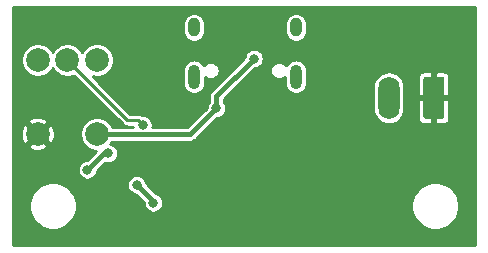
<source format=gbr>
G04 #@! TF.GenerationSoftware,KiCad,Pcbnew,5.1.6-c6e7f7d~86~ubuntu19.10.1*
G04 #@! TF.CreationDate,2020-05-21T11:58:36+02:00*
G04 #@! TF.ProjectId,Microscope_LED,4d696372-6f73-4636-9f70-655f4c45442e,rev?*
G04 #@! TF.SameCoordinates,Original*
G04 #@! TF.FileFunction,Copper,L2,Bot*
G04 #@! TF.FilePolarity,Positive*
%FSLAX46Y46*%
G04 Gerber Fmt 4.6, Leading zero omitted, Abs format (unit mm)*
G04 Created by KiCad (PCBNEW 5.1.6-c6e7f7d~86~ubuntu19.10.1) date 2020-05-21 11:58:36*
%MOMM*%
%LPD*%
G01*
G04 APERTURE LIST*
G04 #@! TA.AperFunction,ComponentPad*
%ADD10O,1.000000X2.100000*%
G04 #@! TD*
G04 #@! TA.AperFunction,ComponentPad*
%ADD11O,1.000000X1.600000*%
G04 #@! TD*
G04 #@! TA.AperFunction,ComponentPad*
%ADD12O,1.800000X3.600000*%
G04 #@! TD*
G04 #@! TA.AperFunction,ComponentPad*
%ADD13C,2.000000*%
G04 #@! TD*
G04 #@! TA.AperFunction,ViaPad*
%ADD14C,0.800000*%
G04 #@! TD*
G04 #@! TA.AperFunction,Conductor*
%ADD15C,0.400000*%
G04 #@! TD*
G04 #@! TA.AperFunction,Conductor*
%ADD16C,0.250000*%
G04 #@! TD*
G04 #@! TA.AperFunction,Conductor*
%ADD17C,0.254000*%
G04 #@! TD*
G04 APERTURE END LIST*
D10*
X32127000Y-27178000D03*
X40767000Y-27178000D03*
D11*
X40767000Y-22998000D03*
X32127000Y-22998000D03*
G04 #@! TA.AperFunction,ComponentPad*
G36*
G01*
X53351000Y-27406000D02*
X53351000Y-30506000D01*
G75*
G02*
X53101000Y-30756000I-250000J0D01*
G01*
X51801000Y-30756000D01*
G75*
G02*
X51551000Y-30506000I0J250000D01*
G01*
X51551000Y-27406000D01*
G75*
G02*
X51801000Y-27156000I250000J0D01*
G01*
X53101000Y-27156000D01*
G75*
G02*
X53351000Y-27406000I0J-250000D01*
G01*
G37*
G04 #@! TD.AperFunction*
D12*
X48641000Y-28956000D03*
D13*
X18923000Y-32004000D03*
X23923000Y-32004000D03*
X23923000Y-25754000D03*
X21423000Y-25754000D03*
X18923000Y-25754000D03*
D14*
X24892000Y-33655000D03*
X23114000Y-35052000D03*
X28702000Y-37846000D03*
X27305000Y-36322000D03*
X27813000Y-31242000D03*
X27178000Y-33528000D03*
X32004000Y-38862000D03*
X38100000Y-30226000D03*
X34036000Y-29845000D03*
X37234653Y-25630347D03*
D15*
X24511000Y-33655000D02*
X23114000Y-35052000D01*
X24892000Y-33655000D02*
X24511000Y-33655000D01*
X28702000Y-37719000D02*
X27305000Y-36322000D01*
X28702000Y-37846000D02*
X28702000Y-37719000D01*
D16*
X26511001Y-30842001D02*
X22422999Y-26753999D01*
X27413001Y-30842001D02*
X26511001Y-30842001D01*
X22422999Y-26753999D02*
X21423000Y-25754000D01*
X27813000Y-31242000D02*
X27413001Y-30842001D01*
D15*
X23961001Y-32042001D02*
X23923000Y-32004000D01*
X31838999Y-32042001D02*
X23961001Y-32042001D01*
X34036000Y-29845000D02*
X31838999Y-32042001D01*
X34036000Y-28829000D02*
X34036000Y-29845000D01*
X37234653Y-25630347D02*
X34036000Y-28829000D01*
D17*
G36*
X55936001Y-41458000D02*
G01*
X16835000Y-41458000D01*
X16835000Y-37900358D01*
X18166000Y-37900358D01*
X18166000Y-38299642D01*
X18243896Y-38691254D01*
X18396696Y-39060145D01*
X18618526Y-39392137D01*
X18900863Y-39674474D01*
X19232855Y-39896304D01*
X19601746Y-40049104D01*
X19993358Y-40127000D01*
X20392642Y-40127000D01*
X20784254Y-40049104D01*
X21153145Y-39896304D01*
X21485137Y-39674474D01*
X21767474Y-39392137D01*
X21989304Y-39060145D01*
X22142104Y-38691254D01*
X22220000Y-38299642D01*
X22220000Y-37900358D01*
X22142104Y-37508746D01*
X21989304Y-37139855D01*
X21767474Y-36807863D01*
X21485137Y-36525526D01*
X21153145Y-36303696D01*
X21000693Y-36240548D01*
X26478000Y-36240548D01*
X26478000Y-36403452D01*
X26509782Y-36563227D01*
X26572123Y-36713731D01*
X26662628Y-36849181D01*
X26777819Y-36964372D01*
X26913269Y-37054877D01*
X27063773Y-37117218D01*
X27223548Y-37149000D01*
X27245289Y-37149000D01*
X27875000Y-37778712D01*
X27875000Y-37927452D01*
X27906782Y-38087227D01*
X27969123Y-38237731D01*
X28059628Y-38373181D01*
X28174819Y-38488372D01*
X28310269Y-38578877D01*
X28460773Y-38641218D01*
X28620548Y-38673000D01*
X28783452Y-38673000D01*
X28943227Y-38641218D01*
X29093731Y-38578877D01*
X29229181Y-38488372D01*
X29344372Y-38373181D01*
X29434877Y-38237731D01*
X29497218Y-38087227D01*
X29529000Y-37927452D01*
X29529000Y-37900358D01*
X50551000Y-37900358D01*
X50551000Y-38299642D01*
X50628896Y-38691254D01*
X50781696Y-39060145D01*
X51003526Y-39392137D01*
X51285863Y-39674474D01*
X51617855Y-39896304D01*
X51986746Y-40049104D01*
X52378358Y-40127000D01*
X52777642Y-40127000D01*
X53169254Y-40049104D01*
X53538145Y-39896304D01*
X53870137Y-39674474D01*
X54152474Y-39392137D01*
X54374304Y-39060145D01*
X54527104Y-38691254D01*
X54605000Y-38299642D01*
X54605000Y-37900358D01*
X54527104Y-37508746D01*
X54374304Y-37139855D01*
X54152474Y-36807863D01*
X53870137Y-36525526D01*
X53538145Y-36303696D01*
X53169254Y-36150896D01*
X52777642Y-36073000D01*
X52378358Y-36073000D01*
X51986746Y-36150896D01*
X51617855Y-36303696D01*
X51285863Y-36525526D01*
X51003526Y-36807863D01*
X50781696Y-37139855D01*
X50628896Y-37508746D01*
X50551000Y-37900358D01*
X29529000Y-37900358D01*
X29529000Y-37764548D01*
X29497218Y-37604773D01*
X29434877Y-37454269D01*
X29344372Y-37318819D01*
X29229181Y-37203628D01*
X29093731Y-37113123D01*
X28943227Y-37050782D01*
X28914849Y-37045137D01*
X28132000Y-36262289D01*
X28132000Y-36240548D01*
X28100218Y-36080773D01*
X28037877Y-35930269D01*
X27947372Y-35794819D01*
X27832181Y-35679628D01*
X27696731Y-35589123D01*
X27546227Y-35526782D01*
X27386452Y-35495000D01*
X27223548Y-35495000D01*
X27063773Y-35526782D01*
X26913269Y-35589123D01*
X26777819Y-35679628D01*
X26662628Y-35794819D01*
X26572123Y-35930269D01*
X26509782Y-36080773D01*
X26478000Y-36240548D01*
X21000693Y-36240548D01*
X20784254Y-36150896D01*
X20392642Y-36073000D01*
X19993358Y-36073000D01*
X19601746Y-36150896D01*
X19232855Y-36303696D01*
X18900863Y-36525526D01*
X18618526Y-36807863D01*
X18396696Y-37139855D01*
X18243896Y-37508746D01*
X18166000Y-37900358D01*
X16835000Y-37900358D01*
X16835000Y-33027936D01*
X18078669Y-33027936D01*
X18186229Y-33234143D01*
X18440376Y-33354243D01*
X18713068Y-33422453D01*
X18993829Y-33436154D01*
X19271867Y-33394818D01*
X19536499Y-33300033D01*
X19659771Y-33234143D01*
X19767331Y-33027936D01*
X18923000Y-32183605D01*
X18078669Y-33027936D01*
X16835000Y-33027936D01*
X16835000Y-32074829D01*
X17490846Y-32074829D01*
X17532182Y-32352867D01*
X17626967Y-32617499D01*
X17692857Y-32740771D01*
X17899064Y-32848331D01*
X18743395Y-32004000D01*
X19102605Y-32004000D01*
X19946936Y-32848331D01*
X20153143Y-32740771D01*
X20273243Y-32486624D01*
X20341453Y-32213932D01*
X20355154Y-31933171D01*
X20313818Y-31655133D01*
X20219033Y-31390501D01*
X20153143Y-31267229D01*
X19946936Y-31159669D01*
X19102605Y-32004000D01*
X18743395Y-32004000D01*
X17899064Y-31159669D01*
X17692857Y-31267229D01*
X17572757Y-31521376D01*
X17504547Y-31794068D01*
X17490846Y-32074829D01*
X16835000Y-32074829D01*
X16835000Y-30980064D01*
X18078669Y-30980064D01*
X18923000Y-31824395D01*
X19767331Y-30980064D01*
X19659771Y-30773857D01*
X19405624Y-30653757D01*
X19132932Y-30585547D01*
X18852171Y-30571846D01*
X18574133Y-30613182D01*
X18309501Y-30707967D01*
X18186229Y-30773857D01*
X18078669Y-30980064D01*
X16835000Y-30980064D01*
X16835000Y-25613453D01*
X17496000Y-25613453D01*
X17496000Y-25894547D01*
X17550838Y-26170241D01*
X17658409Y-26429938D01*
X17814576Y-26663660D01*
X18013340Y-26862424D01*
X18247062Y-27018591D01*
X18506759Y-27126162D01*
X18782453Y-27181000D01*
X19063547Y-27181000D01*
X19339241Y-27126162D01*
X19598938Y-27018591D01*
X19832660Y-26862424D01*
X20031424Y-26663660D01*
X20173000Y-26451775D01*
X20314576Y-26663660D01*
X20513340Y-26862424D01*
X20747062Y-27018591D01*
X21006759Y-27126162D01*
X21282453Y-27181000D01*
X21563547Y-27181000D01*
X21839241Y-27126162D01*
X21963179Y-27074825D01*
X22051844Y-27163490D01*
X22051855Y-27163499D01*
X26101505Y-31213150D01*
X26118790Y-31234212D01*
X26202843Y-31303192D01*
X26298738Y-31354449D01*
X26402790Y-31386013D01*
X26483892Y-31394001D01*
X26483895Y-31394001D01*
X26511001Y-31396671D01*
X26538107Y-31394001D01*
X27000033Y-31394001D01*
X27004211Y-31415001D01*
X25223603Y-31415001D01*
X25187591Y-31328062D01*
X25031424Y-31094340D01*
X24832660Y-30895576D01*
X24598938Y-30739409D01*
X24339241Y-30631838D01*
X24063547Y-30577000D01*
X23782453Y-30577000D01*
X23506759Y-30631838D01*
X23247062Y-30739409D01*
X23013340Y-30895576D01*
X22814576Y-31094340D01*
X22658409Y-31328062D01*
X22550838Y-31587759D01*
X22496000Y-31863453D01*
X22496000Y-32144547D01*
X22550838Y-32420241D01*
X22658409Y-32679938D01*
X22814576Y-32913660D01*
X23013340Y-33112424D01*
X23247062Y-33268591D01*
X23506759Y-33376162D01*
X23782453Y-33431000D01*
X23848288Y-33431000D01*
X23054289Y-34225000D01*
X23032548Y-34225000D01*
X22872773Y-34256782D01*
X22722269Y-34319123D01*
X22586819Y-34409628D01*
X22471628Y-34524819D01*
X22381123Y-34660269D01*
X22318782Y-34810773D01*
X22287000Y-34970548D01*
X22287000Y-35133452D01*
X22318782Y-35293227D01*
X22381123Y-35443731D01*
X22471628Y-35579181D01*
X22586819Y-35694372D01*
X22722269Y-35784877D01*
X22872773Y-35847218D01*
X23032548Y-35879000D01*
X23195452Y-35879000D01*
X23355227Y-35847218D01*
X23505731Y-35784877D01*
X23641181Y-35694372D01*
X23756372Y-35579181D01*
X23846877Y-35443731D01*
X23909218Y-35293227D01*
X23941000Y-35133452D01*
X23941000Y-35111711D01*
X24616634Y-34436077D01*
X24650773Y-34450218D01*
X24810548Y-34482000D01*
X24973452Y-34482000D01*
X25133227Y-34450218D01*
X25283731Y-34387877D01*
X25419181Y-34297372D01*
X25534372Y-34182181D01*
X25624877Y-34046731D01*
X25687218Y-33896227D01*
X25719000Y-33736452D01*
X25719000Y-33573548D01*
X25687218Y-33413773D01*
X25624877Y-33263269D01*
X25534372Y-33127819D01*
X25419181Y-33012628D01*
X25283731Y-32922123D01*
X25133227Y-32859782D01*
X25075144Y-32848228D01*
X25187591Y-32679938D01*
X25192121Y-32669001D01*
X31808205Y-32669001D01*
X31838999Y-32672034D01*
X31869793Y-32669001D01*
X31961912Y-32659928D01*
X32080102Y-32624076D01*
X32189027Y-32565854D01*
X32284500Y-32487502D01*
X32304137Y-32463574D01*
X34095712Y-30672000D01*
X34117452Y-30672000D01*
X34277227Y-30640218D01*
X34427731Y-30577877D01*
X34563181Y-30487372D01*
X34678372Y-30372181D01*
X34768877Y-30236731D01*
X34831218Y-30086227D01*
X34863000Y-29926452D01*
X34863000Y-29763548D01*
X34831218Y-29603773D01*
X34768877Y-29453269D01*
X34678372Y-29317819D01*
X34663000Y-29302447D01*
X34663000Y-29088711D01*
X37177777Y-26573934D01*
X38585000Y-26573934D01*
X38585000Y-26722066D01*
X38613899Y-26867350D01*
X38670586Y-27004206D01*
X38752883Y-27127372D01*
X38857628Y-27232117D01*
X38980794Y-27314414D01*
X39117650Y-27371101D01*
X39262934Y-27400000D01*
X39411066Y-27400000D01*
X39556350Y-27371101D01*
X39693206Y-27314414D01*
X39816372Y-27232117D01*
X39840000Y-27208489D01*
X39840000Y-27773537D01*
X39853413Y-27909723D01*
X39906420Y-28084463D01*
X39992499Y-28245504D01*
X40108341Y-28386659D01*
X40249495Y-28502501D01*
X40410536Y-28588580D01*
X40585276Y-28641587D01*
X40767000Y-28659485D01*
X40948723Y-28641587D01*
X41123463Y-28588580D01*
X41284504Y-28502501D01*
X41425659Y-28386659D01*
X41541501Y-28245505D01*
X41627580Y-28084464D01*
X41655987Y-27990816D01*
X47314000Y-27990816D01*
X47314000Y-29921183D01*
X47333201Y-30116136D01*
X47409081Y-30366277D01*
X47532302Y-30596807D01*
X47698130Y-30798870D01*
X47900192Y-30964698D01*
X48130722Y-31087919D01*
X48380863Y-31163799D01*
X48641000Y-31189420D01*
X48901136Y-31163799D01*
X49151277Y-31087919D01*
X49381807Y-30964698D01*
X49583870Y-30798870D01*
X49619052Y-30756000D01*
X51121934Y-30756000D01*
X51130178Y-30839707D01*
X51154595Y-30920196D01*
X51194245Y-30994376D01*
X51247605Y-31059395D01*
X51312624Y-31112755D01*
X51386804Y-31152405D01*
X51467293Y-31176822D01*
X51551000Y-31185066D01*
X52217250Y-31183000D01*
X52324000Y-31076250D01*
X52324000Y-29083000D01*
X52578000Y-29083000D01*
X52578000Y-31076250D01*
X52684750Y-31183000D01*
X53351000Y-31185066D01*
X53434707Y-31176822D01*
X53515196Y-31152405D01*
X53589376Y-31112755D01*
X53654395Y-31059395D01*
X53707755Y-30994376D01*
X53747405Y-30920196D01*
X53771822Y-30839707D01*
X53780066Y-30756000D01*
X53778000Y-29189750D01*
X53671250Y-29083000D01*
X52578000Y-29083000D01*
X52324000Y-29083000D01*
X51230750Y-29083000D01*
X51124000Y-29189750D01*
X51121934Y-30756000D01*
X49619052Y-30756000D01*
X49749698Y-30596808D01*
X49872919Y-30366278D01*
X49948799Y-30116137D01*
X49968000Y-29921184D01*
X49968000Y-27990816D01*
X49948799Y-27795863D01*
X49872919Y-27545722D01*
X49749698Y-27315192D01*
X49619053Y-27156000D01*
X51121934Y-27156000D01*
X51124000Y-28722250D01*
X51230750Y-28829000D01*
X52324000Y-28829000D01*
X52324000Y-26835750D01*
X52578000Y-26835750D01*
X52578000Y-28829000D01*
X53671250Y-28829000D01*
X53778000Y-28722250D01*
X53780066Y-27156000D01*
X53771822Y-27072293D01*
X53747405Y-26991804D01*
X53707755Y-26917624D01*
X53654395Y-26852605D01*
X53589376Y-26799245D01*
X53515196Y-26759595D01*
X53434707Y-26735178D01*
X53351000Y-26726934D01*
X52684750Y-26729000D01*
X52578000Y-26835750D01*
X52324000Y-26835750D01*
X52217250Y-26729000D01*
X51551000Y-26726934D01*
X51467293Y-26735178D01*
X51386804Y-26759595D01*
X51312624Y-26799245D01*
X51247605Y-26852605D01*
X51194245Y-26917624D01*
X51154595Y-26991804D01*
X51130178Y-27072293D01*
X51121934Y-27156000D01*
X49619053Y-27156000D01*
X49583870Y-27113130D01*
X49381808Y-26947302D01*
X49151278Y-26824081D01*
X48901137Y-26748201D01*
X48641000Y-26722580D01*
X48380864Y-26748201D01*
X48130723Y-26824081D01*
X47900193Y-26947302D01*
X47698131Y-27113130D01*
X47532303Y-27315192D01*
X47409082Y-27545722D01*
X47333202Y-27795863D01*
X47314000Y-27990816D01*
X41655987Y-27990816D01*
X41680587Y-27909724D01*
X41694000Y-27773538D01*
X41694000Y-26582462D01*
X41680587Y-26446276D01*
X41627580Y-26271536D01*
X41541501Y-26110495D01*
X41425659Y-25969341D01*
X41284505Y-25853499D01*
X41123464Y-25767420D01*
X40948724Y-25714413D01*
X40767000Y-25696515D01*
X40585277Y-25714413D01*
X40410537Y-25767420D01*
X40249496Y-25853499D01*
X40108342Y-25969341D01*
X39992500Y-26110495D01*
X39943512Y-26202144D01*
X39921117Y-26168628D01*
X39816372Y-26063883D01*
X39693206Y-25981586D01*
X39556350Y-25924899D01*
X39411066Y-25896000D01*
X39262934Y-25896000D01*
X39117650Y-25924899D01*
X38980794Y-25981586D01*
X38857628Y-26063883D01*
X38752883Y-26168628D01*
X38670586Y-26291794D01*
X38613899Y-26428650D01*
X38585000Y-26573934D01*
X37177777Y-26573934D01*
X37294365Y-26457347D01*
X37316105Y-26457347D01*
X37475880Y-26425565D01*
X37626384Y-26363224D01*
X37761834Y-26272719D01*
X37877025Y-26157528D01*
X37967530Y-26022078D01*
X38029871Y-25871574D01*
X38061653Y-25711799D01*
X38061653Y-25548895D01*
X38029871Y-25389120D01*
X37967530Y-25238616D01*
X37877025Y-25103166D01*
X37761834Y-24987975D01*
X37626384Y-24897470D01*
X37475880Y-24835129D01*
X37316105Y-24803347D01*
X37153201Y-24803347D01*
X36993426Y-24835129D01*
X36842922Y-24897470D01*
X36707472Y-24987975D01*
X36592281Y-25103166D01*
X36501776Y-25238616D01*
X36439435Y-25389120D01*
X36407653Y-25548895D01*
X36407653Y-25570635D01*
X33614427Y-28363862D01*
X33590499Y-28383499D01*
X33512147Y-28478973D01*
X33453925Y-28587898D01*
X33437639Y-28641587D01*
X33418073Y-28706088D01*
X33405967Y-28829000D01*
X33409000Y-28859795D01*
X33409000Y-29302447D01*
X33393628Y-29317819D01*
X33303123Y-29453269D01*
X33240782Y-29603773D01*
X33209000Y-29763548D01*
X33209000Y-29785288D01*
X31579288Y-31415001D01*
X28621789Y-31415001D01*
X28640000Y-31323452D01*
X28640000Y-31160548D01*
X28608218Y-31000773D01*
X28545877Y-30850269D01*
X28455372Y-30714819D01*
X28340181Y-30599628D01*
X28204731Y-30509123D01*
X28054227Y-30446782D01*
X27894452Y-30415000D01*
X27762820Y-30415000D01*
X27721159Y-30380810D01*
X27625264Y-30329553D01*
X27521212Y-30297989D01*
X27440110Y-30290001D01*
X27440107Y-30290001D01*
X27413001Y-30287331D01*
X27385895Y-30290001D01*
X26739646Y-30290001D01*
X24223182Y-27773537D01*
X31200000Y-27773537D01*
X31213413Y-27909723D01*
X31266420Y-28084463D01*
X31352499Y-28245504D01*
X31468341Y-28386659D01*
X31609495Y-28502501D01*
X31770536Y-28588580D01*
X31945276Y-28641587D01*
X32127000Y-28659485D01*
X32308723Y-28641587D01*
X32483463Y-28588580D01*
X32644504Y-28502501D01*
X32785659Y-28386659D01*
X32901501Y-28245505D01*
X32987580Y-28084464D01*
X33040587Y-27909724D01*
X33054000Y-27773538D01*
X33054000Y-27208489D01*
X33077628Y-27232117D01*
X33200794Y-27314414D01*
X33337650Y-27371101D01*
X33482934Y-27400000D01*
X33631066Y-27400000D01*
X33776350Y-27371101D01*
X33913206Y-27314414D01*
X34036372Y-27232117D01*
X34141117Y-27127372D01*
X34223414Y-27004206D01*
X34280101Y-26867350D01*
X34309000Y-26722066D01*
X34309000Y-26573934D01*
X34280101Y-26428650D01*
X34223414Y-26291794D01*
X34141117Y-26168628D01*
X34036372Y-26063883D01*
X33913206Y-25981586D01*
X33776350Y-25924899D01*
X33631066Y-25896000D01*
X33482934Y-25896000D01*
X33337650Y-25924899D01*
X33200794Y-25981586D01*
X33077628Y-26063883D01*
X32972883Y-26168628D01*
X32950489Y-26202144D01*
X32901501Y-26110495D01*
X32785659Y-25969341D01*
X32644505Y-25853499D01*
X32483464Y-25767420D01*
X32308724Y-25714413D01*
X32127000Y-25696515D01*
X31945277Y-25714413D01*
X31770537Y-25767420D01*
X31609496Y-25853499D01*
X31468342Y-25969341D01*
X31352500Y-26110495D01*
X31266421Y-26271536D01*
X31213414Y-26446276D01*
X31200001Y-26582462D01*
X31200000Y-27773537D01*
X24223182Y-27773537D01*
X23592950Y-27143306D01*
X23782453Y-27181000D01*
X24063547Y-27181000D01*
X24339241Y-27126162D01*
X24598938Y-27018591D01*
X24832660Y-26862424D01*
X25031424Y-26663660D01*
X25187591Y-26429938D01*
X25295162Y-26170241D01*
X25350000Y-25894547D01*
X25350000Y-25613453D01*
X25295162Y-25337759D01*
X25187591Y-25078062D01*
X25031424Y-24844340D01*
X24832660Y-24645576D01*
X24598938Y-24489409D01*
X24339241Y-24381838D01*
X24063547Y-24327000D01*
X23782453Y-24327000D01*
X23506759Y-24381838D01*
X23247062Y-24489409D01*
X23013340Y-24645576D01*
X22814576Y-24844340D01*
X22673000Y-25056225D01*
X22531424Y-24844340D01*
X22332660Y-24645576D01*
X22098938Y-24489409D01*
X21839241Y-24381838D01*
X21563547Y-24327000D01*
X21282453Y-24327000D01*
X21006759Y-24381838D01*
X20747062Y-24489409D01*
X20513340Y-24645576D01*
X20314576Y-24844340D01*
X20173000Y-25056225D01*
X20031424Y-24844340D01*
X19832660Y-24645576D01*
X19598938Y-24489409D01*
X19339241Y-24381838D01*
X19063547Y-24327000D01*
X18782453Y-24327000D01*
X18506759Y-24381838D01*
X18247062Y-24489409D01*
X18013340Y-24645576D01*
X17814576Y-24844340D01*
X17658409Y-25078062D01*
X17550838Y-25337759D01*
X17496000Y-25613453D01*
X16835000Y-25613453D01*
X16835000Y-22652462D01*
X31200000Y-22652462D01*
X31200000Y-23343537D01*
X31213413Y-23479723D01*
X31266420Y-23654463D01*
X31352499Y-23815504D01*
X31468341Y-23956659D01*
X31609495Y-24072501D01*
X31770536Y-24158580D01*
X31945276Y-24211587D01*
X32127000Y-24229485D01*
X32308723Y-24211587D01*
X32483463Y-24158580D01*
X32644504Y-24072501D01*
X32785659Y-23956659D01*
X32901501Y-23815505D01*
X32987580Y-23654464D01*
X33040587Y-23479724D01*
X33054000Y-23343538D01*
X33054000Y-22652462D01*
X39840000Y-22652462D01*
X39840000Y-23343537D01*
X39853413Y-23479723D01*
X39906420Y-23654463D01*
X39992499Y-23815504D01*
X40108341Y-23956659D01*
X40249495Y-24072501D01*
X40410536Y-24158580D01*
X40585276Y-24211587D01*
X40767000Y-24229485D01*
X40948723Y-24211587D01*
X41123463Y-24158580D01*
X41284504Y-24072501D01*
X41425659Y-23956659D01*
X41541501Y-23815505D01*
X41627580Y-23654464D01*
X41680587Y-23479724D01*
X41694000Y-23343538D01*
X41694000Y-22652462D01*
X41680587Y-22516276D01*
X41627580Y-22341536D01*
X41541501Y-22180495D01*
X41425659Y-22039341D01*
X41284505Y-21923499D01*
X41123464Y-21837420D01*
X40948724Y-21784413D01*
X40767000Y-21766515D01*
X40585277Y-21784413D01*
X40410537Y-21837420D01*
X40249496Y-21923499D01*
X40108342Y-22039341D01*
X39992500Y-22180495D01*
X39906421Y-22341536D01*
X39853413Y-22516276D01*
X39840000Y-22652462D01*
X33054000Y-22652462D01*
X33040587Y-22516276D01*
X32987580Y-22341536D01*
X32901501Y-22180495D01*
X32785659Y-22039341D01*
X32644505Y-21923499D01*
X32483464Y-21837420D01*
X32308724Y-21784413D01*
X32127000Y-21766515D01*
X31945277Y-21784413D01*
X31770537Y-21837420D01*
X31609496Y-21923499D01*
X31468342Y-22039341D01*
X31352500Y-22180495D01*
X31266421Y-22341536D01*
X31213413Y-22516276D01*
X31200000Y-22652462D01*
X16835000Y-22652462D01*
X16835000Y-21280000D01*
X55936000Y-21280000D01*
X55936001Y-41458000D01*
G37*
X55936001Y-41458000D02*
X16835000Y-41458000D01*
X16835000Y-37900358D01*
X18166000Y-37900358D01*
X18166000Y-38299642D01*
X18243896Y-38691254D01*
X18396696Y-39060145D01*
X18618526Y-39392137D01*
X18900863Y-39674474D01*
X19232855Y-39896304D01*
X19601746Y-40049104D01*
X19993358Y-40127000D01*
X20392642Y-40127000D01*
X20784254Y-40049104D01*
X21153145Y-39896304D01*
X21485137Y-39674474D01*
X21767474Y-39392137D01*
X21989304Y-39060145D01*
X22142104Y-38691254D01*
X22220000Y-38299642D01*
X22220000Y-37900358D01*
X22142104Y-37508746D01*
X21989304Y-37139855D01*
X21767474Y-36807863D01*
X21485137Y-36525526D01*
X21153145Y-36303696D01*
X21000693Y-36240548D01*
X26478000Y-36240548D01*
X26478000Y-36403452D01*
X26509782Y-36563227D01*
X26572123Y-36713731D01*
X26662628Y-36849181D01*
X26777819Y-36964372D01*
X26913269Y-37054877D01*
X27063773Y-37117218D01*
X27223548Y-37149000D01*
X27245289Y-37149000D01*
X27875000Y-37778712D01*
X27875000Y-37927452D01*
X27906782Y-38087227D01*
X27969123Y-38237731D01*
X28059628Y-38373181D01*
X28174819Y-38488372D01*
X28310269Y-38578877D01*
X28460773Y-38641218D01*
X28620548Y-38673000D01*
X28783452Y-38673000D01*
X28943227Y-38641218D01*
X29093731Y-38578877D01*
X29229181Y-38488372D01*
X29344372Y-38373181D01*
X29434877Y-38237731D01*
X29497218Y-38087227D01*
X29529000Y-37927452D01*
X29529000Y-37900358D01*
X50551000Y-37900358D01*
X50551000Y-38299642D01*
X50628896Y-38691254D01*
X50781696Y-39060145D01*
X51003526Y-39392137D01*
X51285863Y-39674474D01*
X51617855Y-39896304D01*
X51986746Y-40049104D01*
X52378358Y-40127000D01*
X52777642Y-40127000D01*
X53169254Y-40049104D01*
X53538145Y-39896304D01*
X53870137Y-39674474D01*
X54152474Y-39392137D01*
X54374304Y-39060145D01*
X54527104Y-38691254D01*
X54605000Y-38299642D01*
X54605000Y-37900358D01*
X54527104Y-37508746D01*
X54374304Y-37139855D01*
X54152474Y-36807863D01*
X53870137Y-36525526D01*
X53538145Y-36303696D01*
X53169254Y-36150896D01*
X52777642Y-36073000D01*
X52378358Y-36073000D01*
X51986746Y-36150896D01*
X51617855Y-36303696D01*
X51285863Y-36525526D01*
X51003526Y-36807863D01*
X50781696Y-37139855D01*
X50628896Y-37508746D01*
X50551000Y-37900358D01*
X29529000Y-37900358D01*
X29529000Y-37764548D01*
X29497218Y-37604773D01*
X29434877Y-37454269D01*
X29344372Y-37318819D01*
X29229181Y-37203628D01*
X29093731Y-37113123D01*
X28943227Y-37050782D01*
X28914849Y-37045137D01*
X28132000Y-36262289D01*
X28132000Y-36240548D01*
X28100218Y-36080773D01*
X28037877Y-35930269D01*
X27947372Y-35794819D01*
X27832181Y-35679628D01*
X27696731Y-35589123D01*
X27546227Y-35526782D01*
X27386452Y-35495000D01*
X27223548Y-35495000D01*
X27063773Y-35526782D01*
X26913269Y-35589123D01*
X26777819Y-35679628D01*
X26662628Y-35794819D01*
X26572123Y-35930269D01*
X26509782Y-36080773D01*
X26478000Y-36240548D01*
X21000693Y-36240548D01*
X20784254Y-36150896D01*
X20392642Y-36073000D01*
X19993358Y-36073000D01*
X19601746Y-36150896D01*
X19232855Y-36303696D01*
X18900863Y-36525526D01*
X18618526Y-36807863D01*
X18396696Y-37139855D01*
X18243896Y-37508746D01*
X18166000Y-37900358D01*
X16835000Y-37900358D01*
X16835000Y-33027936D01*
X18078669Y-33027936D01*
X18186229Y-33234143D01*
X18440376Y-33354243D01*
X18713068Y-33422453D01*
X18993829Y-33436154D01*
X19271867Y-33394818D01*
X19536499Y-33300033D01*
X19659771Y-33234143D01*
X19767331Y-33027936D01*
X18923000Y-32183605D01*
X18078669Y-33027936D01*
X16835000Y-33027936D01*
X16835000Y-32074829D01*
X17490846Y-32074829D01*
X17532182Y-32352867D01*
X17626967Y-32617499D01*
X17692857Y-32740771D01*
X17899064Y-32848331D01*
X18743395Y-32004000D01*
X19102605Y-32004000D01*
X19946936Y-32848331D01*
X20153143Y-32740771D01*
X20273243Y-32486624D01*
X20341453Y-32213932D01*
X20355154Y-31933171D01*
X20313818Y-31655133D01*
X20219033Y-31390501D01*
X20153143Y-31267229D01*
X19946936Y-31159669D01*
X19102605Y-32004000D01*
X18743395Y-32004000D01*
X17899064Y-31159669D01*
X17692857Y-31267229D01*
X17572757Y-31521376D01*
X17504547Y-31794068D01*
X17490846Y-32074829D01*
X16835000Y-32074829D01*
X16835000Y-30980064D01*
X18078669Y-30980064D01*
X18923000Y-31824395D01*
X19767331Y-30980064D01*
X19659771Y-30773857D01*
X19405624Y-30653757D01*
X19132932Y-30585547D01*
X18852171Y-30571846D01*
X18574133Y-30613182D01*
X18309501Y-30707967D01*
X18186229Y-30773857D01*
X18078669Y-30980064D01*
X16835000Y-30980064D01*
X16835000Y-25613453D01*
X17496000Y-25613453D01*
X17496000Y-25894547D01*
X17550838Y-26170241D01*
X17658409Y-26429938D01*
X17814576Y-26663660D01*
X18013340Y-26862424D01*
X18247062Y-27018591D01*
X18506759Y-27126162D01*
X18782453Y-27181000D01*
X19063547Y-27181000D01*
X19339241Y-27126162D01*
X19598938Y-27018591D01*
X19832660Y-26862424D01*
X20031424Y-26663660D01*
X20173000Y-26451775D01*
X20314576Y-26663660D01*
X20513340Y-26862424D01*
X20747062Y-27018591D01*
X21006759Y-27126162D01*
X21282453Y-27181000D01*
X21563547Y-27181000D01*
X21839241Y-27126162D01*
X21963179Y-27074825D01*
X22051844Y-27163490D01*
X22051855Y-27163499D01*
X26101505Y-31213150D01*
X26118790Y-31234212D01*
X26202843Y-31303192D01*
X26298738Y-31354449D01*
X26402790Y-31386013D01*
X26483892Y-31394001D01*
X26483895Y-31394001D01*
X26511001Y-31396671D01*
X26538107Y-31394001D01*
X27000033Y-31394001D01*
X27004211Y-31415001D01*
X25223603Y-31415001D01*
X25187591Y-31328062D01*
X25031424Y-31094340D01*
X24832660Y-30895576D01*
X24598938Y-30739409D01*
X24339241Y-30631838D01*
X24063547Y-30577000D01*
X23782453Y-30577000D01*
X23506759Y-30631838D01*
X23247062Y-30739409D01*
X23013340Y-30895576D01*
X22814576Y-31094340D01*
X22658409Y-31328062D01*
X22550838Y-31587759D01*
X22496000Y-31863453D01*
X22496000Y-32144547D01*
X22550838Y-32420241D01*
X22658409Y-32679938D01*
X22814576Y-32913660D01*
X23013340Y-33112424D01*
X23247062Y-33268591D01*
X23506759Y-33376162D01*
X23782453Y-33431000D01*
X23848288Y-33431000D01*
X23054289Y-34225000D01*
X23032548Y-34225000D01*
X22872773Y-34256782D01*
X22722269Y-34319123D01*
X22586819Y-34409628D01*
X22471628Y-34524819D01*
X22381123Y-34660269D01*
X22318782Y-34810773D01*
X22287000Y-34970548D01*
X22287000Y-35133452D01*
X22318782Y-35293227D01*
X22381123Y-35443731D01*
X22471628Y-35579181D01*
X22586819Y-35694372D01*
X22722269Y-35784877D01*
X22872773Y-35847218D01*
X23032548Y-35879000D01*
X23195452Y-35879000D01*
X23355227Y-35847218D01*
X23505731Y-35784877D01*
X23641181Y-35694372D01*
X23756372Y-35579181D01*
X23846877Y-35443731D01*
X23909218Y-35293227D01*
X23941000Y-35133452D01*
X23941000Y-35111711D01*
X24616634Y-34436077D01*
X24650773Y-34450218D01*
X24810548Y-34482000D01*
X24973452Y-34482000D01*
X25133227Y-34450218D01*
X25283731Y-34387877D01*
X25419181Y-34297372D01*
X25534372Y-34182181D01*
X25624877Y-34046731D01*
X25687218Y-33896227D01*
X25719000Y-33736452D01*
X25719000Y-33573548D01*
X25687218Y-33413773D01*
X25624877Y-33263269D01*
X25534372Y-33127819D01*
X25419181Y-33012628D01*
X25283731Y-32922123D01*
X25133227Y-32859782D01*
X25075144Y-32848228D01*
X25187591Y-32679938D01*
X25192121Y-32669001D01*
X31808205Y-32669001D01*
X31838999Y-32672034D01*
X31869793Y-32669001D01*
X31961912Y-32659928D01*
X32080102Y-32624076D01*
X32189027Y-32565854D01*
X32284500Y-32487502D01*
X32304137Y-32463574D01*
X34095712Y-30672000D01*
X34117452Y-30672000D01*
X34277227Y-30640218D01*
X34427731Y-30577877D01*
X34563181Y-30487372D01*
X34678372Y-30372181D01*
X34768877Y-30236731D01*
X34831218Y-30086227D01*
X34863000Y-29926452D01*
X34863000Y-29763548D01*
X34831218Y-29603773D01*
X34768877Y-29453269D01*
X34678372Y-29317819D01*
X34663000Y-29302447D01*
X34663000Y-29088711D01*
X37177777Y-26573934D01*
X38585000Y-26573934D01*
X38585000Y-26722066D01*
X38613899Y-26867350D01*
X38670586Y-27004206D01*
X38752883Y-27127372D01*
X38857628Y-27232117D01*
X38980794Y-27314414D01*
X39117650Y-27371101D01*
X39262934Y-27400000D01*
X39411066Y-27400000D01*
X39556350Y-27371101D01*
X39693206Y-27314414D01*
X39816372Y-27232117D01*
X39840000Y-27208489D01*
X39840000Y-27773537D01*
X39853413Y-27909723D01*
X39906420Y-28084463D01*
X39992499Y-28245504D01*
X40108341Y-28386659D01*
X40249495Y-28502501D01*
X40410536Y-28588580D01*
X40585276Y-28641587D01*
X40767000Y-28659485D01*
X40948723Y-28641587D01*
X41123463Y-28588580D01*
X41284504Y-28502501D01*
X41425659Y-28386659D01*
X41541501Y-28245505D01*
X41627580Y-28084464D01*
X41655987Y-27990816D01*
X47314000Y-27990816D01*
X47314000Y-29921183D01*
X47333201Y-30116136D01*
X47409081Y-30366277D01*
X47532302Y-30596807D01*
X47698130Y-30798870D01*
X47900192Y-30964698D01*
X48130722Y-31087919D01*
X48380863Y-31163799D01*
X48641000Y-31189420D01*
X48901136Y-31163799D01*
X49151277Y-31087919D01*
X49381807Y-30964698D01*
X49583870Y-30798870D01*
X49619052Y-30756000D01*
X51121934Y-30756000D01*
X51130178Y-30839707D01*
X51154595Y-30920196D01*
X51194245Y-30994376D01*
X51247605Y-31059395D01*
X51312624Y-31112755D01*
X51386804Y-31152405D01*
X51467293Y-31176822D01*
X51551000Y-31185066D01*
X52217250Y-31183000D01*
X52324000Y-31076250D01*
X52324000Y-29083000D01*
X52578000Y-29083000D01*
X52578000Y-31076250D01*
X52684750Y-31183000D01*
X53351000Y-31185066D01*
X53434707Y-31176822D01*
X53515196Y-31152405D01*
X53589376Y-31112755D01*
X53654395Y-31059395D01*
X53707755Y-30994376D01*
X53747405Y-30920196D01*
X53771822Y-30839707D01*
X53780066Y-30756000D01*
X53778000Y-29189750D01*
X53671250Y-29083000D01*
X52578000Y-29083000D01*
X52324000Y-29083000D01*
X51230750Y-29083000D01*
X51124000Y-29189750D01*
X51121934Y-30756000D01*
X49619052Y-30756000D01*
X49749698Y-30596808D01*
X49872919Y-30366278D01*
X49948799Y-30116137D01*
X49968000Y-29921184D01*
X49968000Y-27990816D01*
X49948799Y-27795863D01*
X49872919Y-27545722D01*
X49749698Y-27315192D01*
X49619053Y-27156000D01*
X51121934Y-27156000D01*
X51124000Y-28722250D01*
X51230750Y-28829000D01*
X52324000Y-28829000D01*
X52324000Y-26835750D01*
X52578000Y-26835750D01*
X52578000Y-28829000D01*
X53671250Y-28829000D01*
X53778000Y-28722250D01*
X53780066Y-27156000D01*
X53771822Y-27072293D01*
X53747405Y-26991804D01*
X53707755Y-26917624D01*
X53654395Y-26852605D01*
X53589376Y-26799245D01*
X53515196Y-26759595D01*
X53434707Y-26735178D01*
X53351000Y-26726934D01*
X52684750Y-26729000D01*
X52578000Y-26835750D01*
X52324000Y-26835750D01*
X52217250Y-26729000D01*
X51551000Y-26726934D01*
X51467293Y-26735178D01*
X51386804Y-26759595D01*
X51312624Y-26799245D01*
X51247605Y-26852605D01*
X51194245Y-26917624D01*
X51154595Y-26991804D01*
X51130178Y-27072293D01*
X51121934Y-27156000D01*
X49619053Y-27156000D01*
X49583870Y-27113130D01*
X49381808Y-26947302D01*
X49151278Y-26824081D01*
X48901137Y-26748201D01*
X48641000Y-26722580D01*
X48380864Y-26748201D01*
X48130723Y-26824081D01*
X47900193Y-26947302D01*
X47698131Y-27113130D01*
X47532303Y-27315192D01*
X47409082Y-27545722D01*
X47333202Y-27795863D01*
X47314000Y-27990816D01*
X41655987Y-27990816D01*
X41680587Y-27909724D01*
X41694000Y-27773538D01*
X41694000Y-26582462D01*
X41680587Y-26446276D01*
X41627580Y-26271536D01*
X41541501Y-26110495D01*
X41425659Y-25969341D01*
X41284505Y-25853499D01*
X41123464Y-25767420D01*
X40948724Y-25714413D01*
X40767000Y-25696515D01*
X40585277Y-25714413D01*
X40410537Y-25767420D01*
X40249496Y-25853499D01*
X40108342Y-25969341D01*
X39992500Y-26110495D01*
X39943512Y-26202144D01*
X39921117Y-26168628D01*
X39816372Y-26063883D01*
X39693206Y-25981586D01*
X39556350Y-25924899D01*
X39411066Y-25896000D01*
X39262934Y-25896000D01*
X39117650Y-25924899D01*
X38980794Y-25981586D01*
X38857628Y-26063883D01*
X38752883Y-26168628D01*
X38670586Y-26291794D01*
X38613899Y-26428650D01*
X38585000Y-26573934D01*
X37177777Y-26573934D01*
X37294365Y-26457347D01*
X37316105Y-26457347D01*
X37475880Y-26425565D01*
X37626384Y-26363224D01*
X37761834Y-26272719D01*
X37877025Y-26157528D01*
X37967530Y-26022078D01*
X38029871Y-25871574D01*
X38061653Y-25711799D01*
X38061653Y-25548895D01*
X38029871Y-25389120D01*
X37967530Y-25238616D01*
X37877025Y-25103166D01*
X37761834Y-24987975D01*
X37626384Y-24897470D01*
X37475880Y-24835129D01*
X37316105Y-24803347D01*
X37153201Y-24803347D01*
X36993426Y-24835129D01*
X36842922Y-24897470D01*
X36707472Y-24987975D01*
X36592281Y-25103166D01*
X36501776Y-25238616D01*
X36439435Y-25389120D01*
X36407653Y-25548895D01*
X36407653Y-25570635D01*
X33614427Y-28363862D01*
X33590499Y-28383499D01*
X33512147Y-28478973D01*
X33453925Y-28587898D01*
X33437639Y-28641587D01*
X33418073Y-28706088D01*
X33405967Y-28829000D01*
X33409000Y-28859795D01*
X33409000Y-29302447D01*
X33393628Y-29317819D01*
X33303123Y-29453269D01*
X33240782Y-29603773D01*
X33209000Y-29763548D01*
X33209000Y-29785288D01*
X31579288Y-31415001D01*
X28621789Y-31415001D01*
X28640000Y-31323452D01*
X28640000Y-31160548D01*
X28608218Y-31000773D01*
X28545877Y-30850269D01*
X28455372Y-30714819D01*
X28340181Y-30599628D01*
X28204731Y-30509123D01*
X28054227Y-30446782D01*
X27894452Y-30415000D01*
X27762820Y-30415000D01*
X27721159Y-30380810D01*
X27625264Y-30329553D01*
X27521212Y-30297989D01*
X27440110Y-30290001D01*
X27440107Y-30290001D01*
X27413001Y-30287331D01*
X27385895Y-30290001D01*
X26739646Y-30290001D01*
X24223182Y-27773537D01*
X31200000Y-27773537D01*
X31213413Y-27909723D01*
X31266420Y-28084463D01*
X31352499Y-28245504D01*
X31468341Y-28386659D01*
X31609495Y-28502501D01*
X31770536Y-28588580D01*
X31945276Y-28641587D01*
X32127000Y-28659485D01*
X32308723Y-28641587D01*
X32483463Y-28588580D01*
X32644504Y-28502501D01*
X32785659Y-28386659D01*
X32901501Y-28245505D01*
X32987580Y-28084464D01*
X33040587Y-27909724D01*
X33054000Y-27773538D01*
X33054000Y-27208489D01*
X33077628Y-27232117D01*
X33200794Y-27314414D01*
X33337650Y-27371101D01*
X33482934Y-27400000D01*
X33631066Y-27400000D01*
X33776350Y-27371101D01*
X33913206Y-27314414D01*
X34036372Y-27232117D01*
X34141117Y-27127372D01*
X34223414Y-27004206D01*
X34280101Y-26867350D01*
X34309000Y-26722066D01*
X34309000Y-26573934D01*
X34280101Y-26428650D01*
X34223414Y-26291794D01*
X34141117Y-26168628D01*
X34036372Y-26063883D01*
X33913206Y-25981586D01*
X33776350Y-25924899D01*
X33631066Y-25896000D01*
X33482934Y-25896000D01*
X33337650Y-25924899D01*
X33200794Y-25981586D01*
X33077628Y-26063883D01*
X32972883Y-26168628D01*
X32950489Y-26202144D01*
X32901501Y-26110495D01*
X32785659Y-25969341D01*
X32644505Y-25853499D01*
X32483464Y-25767420D01*
X32308724Y-25714413D01*
X32127000Y-25696515D01*
X31945277Y-25714413D01*
X31770537Y-25767420D01*
X31609496Y-25853499D01*
X31468342Y-25969341D01*
X31352500Y-26110495D01*
X31266421Y-26271536D01*
X31213414Y-26446276D01*
X31200001Y-26582462D01*
X31200000Y-27773537D01*
X24223182Y-27773537D01*
X23592950Y-27143306D01*
X23782453Y-27181000D01*
X24063547Y-27181000D01*
X24339241Y-27126162D01*
X24598938Y-27018591D01*
X24832660Y-26862424D01*
X25031424Y-26663660D01*
X25187591Y-26429938D01*
X25295162Y-26170241D01*
X25350000Y-25894547D01*
X25350000Y-25613453D01*
X25295162Y-25337759D01*
X25187591Y-25078062D01*
X25031424Y-24844340D01*
X24832660Y-24645576D01*
X24598938Y-24489409D01*
X24339241Y-24381838D01*
X24063547Y-24327000D01*
X23782453Y-24327000D01*
X23506759Y-24381838D01*
X23247062Y-24489409D01*
X23013340Y-24645576D01*
X22814576Y-24844340D01*
X22673000Y-25056225D01*
X22531424Y-24844340D01*
X22332660Y-24645576D01*
X22098938Y-24489409D01*
X21839241Y-24381838D01*
X21563547Y-24327000D01*
X21282453Y-24327000D01*
X21006759Y-24381838D01*
X20747062Y-24489409D01*
X20513340Y-24645576D01*
X20314576Y-24844340D01*
X20173000Y-25056225D01*
X20031424Y-24844340D01*
X19832660Y-24645576D01*
X19598938Y-24489409D01*
X19339241Y-24381838D01*
X19063547Y-24327000D01*
X18782453Y-24327000D01*
X18506759Y-24381838D01*
X18247062Y-24489409D01*
X18013340Y-24645576D01*
X17814576Y-24844340D01*
X17658409Y-25078062D01*
X17550838Y-25337759D01*
X17496000Y-25613453D01*
X16835000Y-25613453D01*
X16835000Y-22652462D01*
X31200000Y-22652462D01*
X31200000Y-23343537D01*
X31213413Y-23479723D01*
X31266420Y-23654463D01*
X31352499Y-23815504D01*
X31468341Y-23956659D01*
X31609495Y-24072501D01*
X31770536Y-24158580D01*
X31945276Y-24211587D01*
X32127000Y-24229485D01*
X32308723Y-24211587D01*
X32483463Y-24158580D01*
X32644504Y-24072501D01*
X32785659Y-23956659D01*
X32901501Y-23815505D01*
X32987580Y-23654464D01*
X33040587Y-23479724D01*
X33054000Y-23343538D01*
X33054000Y-22652462D01*
X39840000Y-22652462D01*
X39840000Y-23343537D01*
X39853413Y-23479723D01*
X39906420Y-23654463D01*
X39992499Y-23815504D01*
X40108341Y-23956659D01*
X40249495Y-24072501D01*
X40410536Y-24158580D01*
X40585276Y-24211587D01*
X40767000Y-24229485D01*
X40948723Y-24211587D01*
X41123463Y-24158580D01*
X41284504Y-24072501D01*
X41425659Y-23956659D01*
X41541501Y-23815505D01*
X41627580Y-23654464D01*
X41680587Y-23479724D01*
X41694000Y-23343538D01*
X41694000Y-22652462D01*
X41680587Y-22516276D01*
X41627580Y-22341536D01*
X41541501Y-22180495D01*
X41425659Y-22039341D01*
X41284505Y-21923499D01*
X41123464Y-21837420D01*
X40948724Y-21784413D01*
X40767000Y-21766515D01*
X40585277Y-21784413D01*
X40410537Y-21837420D01*
X40249496Y-21923499D01*
X40108342Y-22039341D01*
X39992500Y-22180495D01*
X39906421Y-22341536D01*
X39853413Y-22516276D01*
X39840000Y-22652462D01*
X33054000Y-22652462D01*
X33040587Y-22516276D01*
X32987580Y-22341536D01*
X32901501Y-22180495D01*
X32785659Y-22039341D01*
X32644505Y-21923499D01*
X32483464Y-21837420D01*
X32308724Y-21784413D01*
X32127000Y-21766515D01*
X31945277Y-21784413D01*
X31770537Y-21837420D01*
X31609496Y-21923499D01*
X31468342Y-22039341D01*
X31352500Y-22180495D01*
X31266421Y-22341536D01*
X31213413Y-22516276D01*
X31200000Y-22652462D01*
X16835000Y-22652462D01*
X16835000Y-21280000D01*
X55936000Y-21280000D01*
X55936001Y-41458000D01*
M02*

</source>
